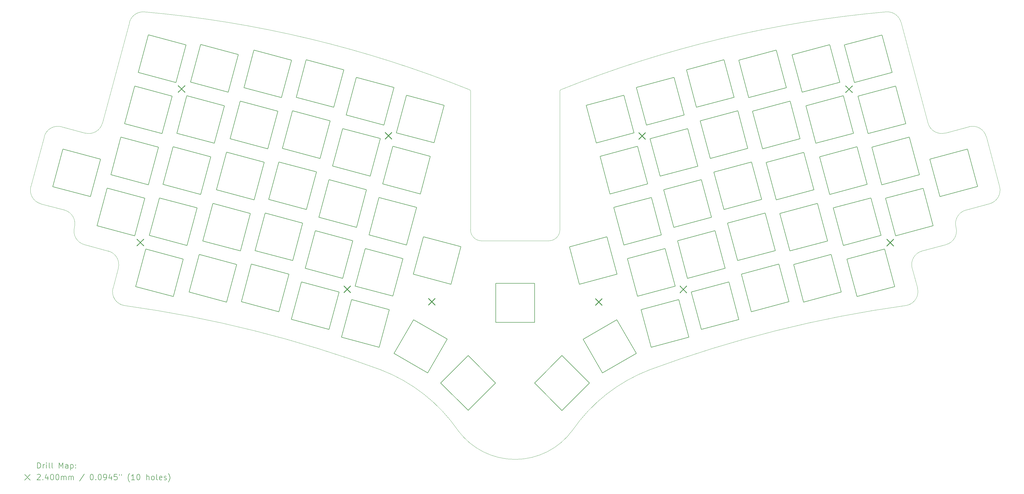
<source format=gbr>
%TF.GenerationSoftware,KiCad,Pcbnew,8.0.2*%
%TF.CreationDate,2024-06-03T22:05:41+01:00*%
%TF.ProjectId,Ashwing66_topplate,41736877-696e-4673-9636-5f746f70706c,1*%
%TF.SameCoordinates,Original*%
%TF.FileFunction,Drillmap*%
%TF.FilePolarity,Positive*%
%FSLAX45Y45*%
G04 Gerber Fmt 4.5, Leading zero omitted, Abs format (unit mm)*
G04 Created by KiCad (PCBNEW 8.0.2) date 2024-06-03 22:05:41*
%MOMM*%
%LPD*%
G01*
G04 APERTURE LIST*
%ADD10C,0.100000*%
%ADD11C,0.150000*%
%ADD12C,0.200000*%
%ADD13C,0.240000*%
G04 APERTURE END LIST*
D10*
X20036355Y-16954092D02*
G75*
G02*
X19636358Y-16554092I5J400002D01*
G01*
X6403065Y-12713124D02*
G75*
G02*
X5780894Y-13072332I-490685J131474D01*
G01*
X5755948Y-17090182D02*
G75*
G02*
X5396732Y-16468011I131492J490702D01*
G01*
X38297538Y-15617219D02*
X37449713Y-15844611D01*
X22850355Y-16553092D02*
G75*
G02*
X22450355Y-16953085I-399995J2D01*
G01*
X4189704Y-15618449D02*
G75*
G02*
X3830494Y-14996278I131496J490699D01*
G01*
X16404015Y-21595223D02*
G75*
G02*
X19191252Y-23786608I-2125345J-5571487D01*
G01*
X7184781Y-19282037D02*
G75*
G02*
X16404015Y-21595223I-5977093J-43350055D01*
G01*
X34580047Y-8707767D02*
G75*
G02*
X35112669Y-9085378I38593J-510003D01*
G01*
X19602355Y-11512092D02*
G75*
G02*
X19636348Y-11559092I-19475J-49878D01*
G01*
X36731293Y-17088952D02*
X35872585Y-17319043D01*
X37090503Y-16466782D02*
G75*
G02*
X37449711Y-15844605I490697J131482D01*
G01*
X19636355Y-16554092D02*
X19636355Y-11559092D01*
X7906663Y-8708767D02*
G75*
G02*
X19602355Y-11512092I-3611078J-40865039D01*
G01*
X35513374Y-17941212D02*
G75*
G02*
X35872583Y-17319035I490696J131482D01*
G01*
X5037528Y-15845841D02*
G75*
G02*
X5396733Y-16468011I-131468J-490679D01*
G01*
X35704021Y-18652714D02*
G75*
G02*
X35302461Y-19280815I-487621J-130667D01*
G01*
X6614656Y-17320273D02*
X5755948Y-17090182D01*
X38656747Y-14995048D02*
G75*
G02*
X38297538Y-15617221I-490657J-131502D01*
G01*
X26083226Y-21593993D02*
G75*
G02*
X35302460Y-19280806I15196294J-41036727D01*
G01*
X35513374Y-17941212D02*
X35704021Y-18652714D01*
X22850355Y-16553092D02*
X22850355Y-11558092D01*
X6783221Y-18653944D02*
X6973867Y-17942443D01*
X3830494Y-14996278D02*
X4310790Y-13204560D01*
X7184781Y-19282037D02*
G75*
G02*
X6783222Y-18653944I86099J497457D01*
G01*
X6403065Y-12713124D02*
X7374567Y-9086606D01*
X6614656Y-17320273D02*
G75*
G02*
X6973871Y-17942444I-131486J-490697D01*
G01*
X37090503Y-16466782D02*
G75*
G02*
X36731291Y-17088947I-490703J-131468D01*
G01*
X35112674Y-9085376D02*
X36084177Y-12711894D01*
X37554281Y-12844119D02*
X36706347Y-13071103D01*
X5037528Y-15845841D02*
X4189704Y-15618449D01*
X5780894Y-13072333D02*
X4932960Y-12845350D01*
X23295312Y-23785608D02*
G75*
G02*
X26083226Y-21593992I4914108J-3382112D01*
G01*
X7374567Y-9086606D02*
G75*
G02*
X7907194Y-8708996I494019J-132379D01*
G01*
X22450355Y-16953092D02*
X20036355Y-16954092D01*
X36706347Y-13071103D02*
G75*
G02*
X36084175Y-12711894I-131497J490663D01*
G01*
X37554281Y-12844119D02*
G75*
G02*
X38176454Y-13203329I131499J-490661D01*
G01*
X22850355Y-11558092D02*
G75*
G02*
X22884353Y-11511085I53475J-2878D01*
G01*
X4310790Y-13204560D02*
G75*
G02*
X4932960Y-12845350I490688J-131476D01*
G01*
X38176451Y-13203330D02*
X38656747Y-14995048D01*
X23295312Y-23785608D02*
G75*
G02*
X19191253Y-23786608I-2052398J1510784D01*
G01*
X22884355Y-11511092D02*
G75*
G02*
X34580047Y-8707768I15306765J-38061708D01*
G01*
D11*
X24904553Y-18157431D02*
X23552257Y-18519778D01*
X23189910Y-17167482D01*
X24542206Y-16805135D01*
X24904553Y-18157431D01*
X9805702Y-15769195D02*
X9443355Y-17121491D01*
X8091059Y-16759144D01*
X8453406Y-15406848D01*
X9805702Y-15769195D01*
X34391120Y-16759184D02*
X33038823Y-17121530D01*
X32676477Y-15769234D01*
X34028773Y-15406888D01*
X34391120Y-16759184D01*
X26005504Y-14902609D02*
X24653208Y-15264956D01*
X24290861Y-13912659D01*
X25643158Y-13550313D01*
X26005504Y-14902609D01*
X33405018Y-13079007D02*
X32052722Y-13441353D01*
X31690375Y-12089057D01*
X33042672Y-11726711D01*
X33405018Y-13079007D01*
X32965193Y-18797908D02*
X31612896Y-19160255D01*
X31250550Y-17807959D01*
X32602846Y-17445612D01*
X32965193Y-18797908D01*
X10298752Y-13929105D02*
X9936406Y-15281401D01*
X8584110Y-14919055D01*
X8946456Y-13566758D01*
X10298752Y-13929105D01*
X8912858Y-11740981D02*
X8550511Y-13093277D01*
X7198215Y-12730930D01*
X7560562Y-11378634D01*
X8912858Y-11740981D01*
X12219613Y-14125617D02*
X11857267Y-15477913D01*
X10504971Y-15115566D01*
X10867317Y-13763270D01*
X12219613Y-14125617D01*
X9406850Y-9899829D02*
X9044503Y-11252125D01*
X7692207Y-10889779D01*
X8054554Y-9537483D01*
X9406850Y-9899829D01*
X34790914Y-10890882D02*
X33438618Y-11253229D01*
X33076271Y-9900932D01*
X34428567Y-9538586D01*
X34790914Y-10890882D01*
X13111162Y-18153761D02*
X12748815Y-19506058D01*
X11396519Y-19143711D01*
X11758866Y-17791415D01*
X13111162Y-18153761D01*
X15898849Y-15112780D02*
X15536502Y-16465076D01*
X14184206Y-16102729D01*
X14546553Y-14750433D01*
X15898849Y-15112780D01*
X25512454Y-13062521D02*
X24160158Y-13424868D01*
X23797811Y-12072572D01*
X25150107Y-11710225D01*
X25512454Y-13062521D01*
X32911684Y-11240309D02*
X31559388Y-11602656D01*
X31197041Y-10250360D01*
X32549337Y-9888013D01*
X32911684Y-11240309D01*
X20544355Y-18485385D02*
X21944355Y-18485385D01*
X21944355Y-19885385D01*
X20544355Y-19885385D01*
X20544355Y-18485385D01*
X35283964Y-12730970D02*
X33931668Y-13093317D01*
X33569321Y-11741021D01*
X34921618Y-11378674D01*
X35283964Y-12730970D01*
X15406740Y-16951805D02*
X15044393Y-18304101D01*
X13692097Y-17941755D01*
X14054444Y-16589458D01*
X15406740Y-16951805D01*
X20539516Y-22069392D02*
X19549567Y-23059342D01*
X18559617Y-22069392D01*
X19549567Y-21079443D01*
X20539516Y-22069392D01*
X29285015Y-19784009D02*
X27932719Y-20146356D01*
X27570372Y-18794060D01*
X28922669Y-18431713D01*
X29285015Y-19784009D01*
X37863457Y-14998824D02*
X36511161Y-15361170D01*
X36148814Y-14008874D01*
X37501110Y-13646528D01*
X37863457Y-14998824D01*
X17700436Y-15751974D02*
X17338089Y-17104271D01*
X15985793Y-16741924D01*
X16348139Y-15389628D01*
X17700436Y-15751974D01*
X27805864Y-14263743D02*
X26453568Y-14626090D01*
X26091221Y-13273794D01*
X27443518Y-12911447D01*
X27805864Y-14263743D01*
X28792250Y-17942530D02*
X27439954Y-18304876D01*
X27077607Y-16952580D01*
X28429903Y-16590233D01*
X28792250Y-17942530D01*
X26498554Y-16742698D02*
X25146258Y-17105045D01*
X24783911Y-15752749D01*
X26136208Y-15390402D01*
X26498554Y-16742698D01*
X16392841Y-13271629D02*
X16030494Y-14623925D01*
X14678198Y-14261578D01*
X15040545Y-12909282D01*
X16392841Y-13271629D01*
X19294851Y-17165523D02*
X18932504Y-18517819D01*
X17580208Y-18155472D01*
X17942555Y-16803176D01*
X19294851Y-17165523D01*
X18193486Y-13911886D02*
X17831139Y-15264182D01*
X16478843Y-14901835D01*
X16841190Y-13549539D01*
X18193486Y-13911886D01*
X30592610Y-17303663D02*
X29240313Y-17666010D01*
X28877967Y-16313713D01*
X30230263Y-15951367D01*
X30592610Y-17303663D01*
X31085376Y-19145143D02*
X29733079Y-19507490D01*
X29370733Y-18155193D01*
X30723029Y-17792847D01*
X31085376Y-19145143D01*
X18799887Y-20493876D02*
X18099887Y-21706311D01*
X16887451Y-21006311D01*
X17587451Y-19793876D01*
X18799887Y-20493876D01*
X26991321Y-18584178D02*
X25639025Y-18946525D01*
X25276678Y-17594229D01*
X26628974Y-17231882D01*
X26991321Y-18584178D01*
X16714335Y-19432152D02*
X16351988Y-20784448D01*
X14999692Y-20422101D01*
X15362039Y-19069805D01*
X16714335Y-19432152D01*
X29606510Y-13623486D02*
X28254214Y-13985833D01*
X27891867Y-12633537D01*
X29244163Y-12271190D01*
X29606510Y-13623486D01*
X12711722Y-12286590D02*
X12349375Y-13638886D01*
X10997079Y-13276540D01*
X11359426Y-11924243D01*
X12711722Y-12286590D01*
X16885891Y-11431540D02*
X16523545Y-12783836D01*
X15171248Y-12421490D01*
X15533595Y-11069194D01*
X16885891Y-11431540D01*
X9312652Y-17609283D02*
X8950305Y-18961579D01*
X7598009Y-18599232D01*
X7960356Y-17246936D01*
X9312652Y-17609283D01*
X36270065Y-16411148D02*
X34917769Y-16773495D01*
X34555422Y-15421199D01*
X35907718Y-15058852D01*
X36270065Y-16411148D01*
X33897784Y-14920486D02*
X32545488Y-15282833D01*
X32183141Y-13930537D01*
X33535437Y-13568190D01*
X33897784Y-14920486D01*
X13604212Y-16313673D02*
X13241865Y-17665970D01*
X11889569Y-17303623D01*
X12251915Y-15951327D01*
X13604212Y-16313673D01*
X13204771Y-10446502D02*
X12842425Y-11798798D01*
X11490129Y-11436451D01*
X11852475Y-10084155D01*
X13204771Y-10446502D01*
X35777014Y-14571059D02*
X34424718Y-14933406D01*
X34062371Y-13581110D01*
X35414668Y-13218763D01*
X35777014Y-14571059D01*
X14912748Y-18792957D02*
X14550402Y-20145253D01*
X13198106Y-19782907D01*
X13560452Y-18430610D01*
X14912748Y-18792957D01*
X27313099Y-12422263D02*
X25960803Y-12784610D01*
X25598456Y-11432314D01*
X26950752Y-11069967D01*
X27313099Y-12422263D01*
X34884170Y-18599273D02*
X33531874Y-18961619D01*
X33169527Y-17609323D01*
X34521824Y-17246977D01*
X34884170Y-18599273D01*
X14591255Y-12632434D02*
X14228908Y-13984730D01*
X12876612Y-13622383D01*
X13238959Y-12270087D01*
X14591255Y-12632434D01*
X30993277Y-11436163D02*
X29640981Y-11798510D01*
X29278634Y-10446214D01*
X30630930Y-10083867D01*
X30993277Y-11436163D01*
X11232571Y-17806857D02*
X10870224Y-19159153D01*
X9517928Y-18796806D01*
X9880275Y-17444510D01*
X11232571Y-17806857D01*
X31979092Y-15117731D02*
X30626796Y-15480078D01*
X30264449Y-14127782D01*
X31616746Y-13765435D01*
X31979092Y-15117731D01*
X14097263Y-14473585D02*
X13734916Y-15825881D01*
X12382620Y-15463534D01*
X12744966Y-14111238D01*
X14097263Y-14473585D01*
X6332787Y-14009580D02*
X5970441Y-15361876D01*
X4618145Y-14999530D01*
X4980491Y-13647233D01*
X6332787Y-14009580D01*
X8419808Y-13581070D02*
X8057461Y-14933366D01*
X6705165Y-14571019D01*
X7067512Y-13218723D01*
X8419808Y-13581070D01*
X7927699Y-15420095D02*
X7565353Y-16772392D01*
X6213057Y-16410045D01*
X6575403Y-15057749D01*
X7927699Y-15420095D01*
X27484655Y-20422875D02*
X26132359Y-20785222D01*
X25770013Y-19432926D01*
X27122309Y-19070579D01*
X27484655Y-20422875D01*
X11725620Y-15966768D02*
X11363274Y-17319064D01*
X10010978Y-16956717D01*
X10373324Y-15604421D01*
X11725620Y-15966768D01*
X17207386Y-17592063D02*
X16845039Y-18944359D01*
X15492743Y-18582013D01*
X15855090Y-17229716D01*
X17207386Y-17592063D01*
X32472427Y-16956429D02*
X31120131Y-17318776D01*
X30757784Y-15966480D01*
X32110080Y-15604133D01*
X32472427Y-16956429D01*
X28298915Y-16103832D02*
X26946619Y-16466179D01*
X26584273Y-15113883D01*
X27936569Y-14751536D01*
X28298915Y-16103832D01*
X31486327Y-13276252D02*
X30134031Y-13638599D01*
X29771684Y-12286303D01*
X31123981Y-11923956D01*
X31486327Y-13276252D01*
X10791803Y-12089017D02*
X10429456Y-13441313D01*
X9077160Y-13078966D01*
X9439507Y-11726670D01*
X10791803Y-12089017D01*
X18686536Y-12071797D02*
X18324190Y-13424093D01*
X16971893Y-13061746D01*
X17334240Y-11709450D01*
X18686536Y-12071797D01*
X11285795Y-10247866D02*
X10923448Y-11600162D01*
X9571152Y-11237816D01*
X9933499Y-9885519D01*
X11285795Y-10247866D01*
X29113459Y-11783397D02*
X27761163Y-12145744D01*
X27398816Y-10793448D01*
X28751112Y-10431101D01*
X29113459Y-11783397D01*
X23917132Y-22071920D02*
X22927183Y-23061869D01*
X21937233Y-22071920D01*
X22927183Y-21081971D01*
X23917132Y-22071920D01*
X30099275Y-15464966D02*
X28746979Y-15827312D01*
X28384632Y-14475016D01*
X29736928Y-14112670D01*
X30099275Y-15464966D01*
X25595345Y-21007466D02*
X24382909Y-21707466D01*
X23682909Y-20495030D01*
X24895345Y-19795030D01*
X25595345Y-21007466D01*
X15084305Y-10792345D02*
X14721958Y-12144641D01*
X13369662Y-11782294D01*
X13732009Y-10429998D01*
X15084305Y-10792345D01*
D12*
D13*
X7644853Y-16888190D02*
X7884853Y-17128190D01*
X7884853Y-16888190D02*
X7644853Y-17128190D01*
X9125298Y-11363094D02*
X9365298Y-11603094D01*
X9365298Y-11363094D02*
X9125298Y-11603094D01*
X15082206Y-18573028D02*
X15322206Y-18813028D01*
X15322206Y-18573028D02*
X15082206Y-18813028D01*
X16562651Y-13047932D02*
X16802651Y-13287932D01*
X16802651Y-13047932D02*
X16562651Y-13287932D01*
X18121281Y-19024999D02*
X18361281Y-19264999D01*
X18361281Y-19024999D02*
X18121281Y-19264999D01*
X24124070Y-19032276D02*
X24364070Y-19272276D01*
X24364070Y-19032276D02*
X24124070Y-19272276D01*
X25682700Y-13055209D02*
X25922700Y-13295209D01*
X25922700Y-13055209D02*
X25682700Y-13295209D01*
X27163145Y-18580305D02*
X27403145Y-18820305D01*
X27403145Y-18580305D02*
X27163145Y-18820305D01*
X33120053Y-11370371D02*
X33360053Y-11610371D01*
X33360053Y-11370371D02*
X33120053Y-11610371D01*
X34600498Y-16895466D02*
X34840498Y-17135466D01*
X34840498Y-16895466D02*
X34600498Y-17135466D01*
D12*
X4068964Y-25139799D02*
X4068964Y-24939799D01*
X4068964Y-24939799D02*
X4116583Y-24939799D01*
X4116583Y-24939799D02*
X4145155Y-24949322D01*
X4145155Y-24949322D02*
X4164202Y-24968370D01*
X4164202Y-24968370D02*
X4173726Y-24987418D01*
X4173726Y-24987418D02*
X4183250Y-25025513D01*
X4183250Y-25025513D02*
X4183250Y-25054084D01*
X4183250Y-25054084D02*
X4173726Y-25092179D01*
X4173726Y-25092179D02*
X4164202Y-25111227D01*
X4164202Y-25111227D02*
X4145155Y-25130275D01*
X4145155Y-25130275D02*
X4116583Y-25139799D01*
X4116583Y-25139799D02*
X4068964Y-25139799D01*
X4268964Y-25139799D02*
X4268964Y-25006465D01*
X4268964Y-25044560D02*
X4278488Y-25025513D01*
X4278488Y-25025513D02*
X4288012Y-25015989D01*
X4288012Y-25015989D02*
X4307059Y-25006465D01*
X4307059Y-25006465D02*
X4326107Y-25006465D01*
X4392774Y-25139799D02*
X4392774Y-25006465D01*
X4392774Y-24939799D02*
X4383250Y-24949322D01*
X4383250Y-24949322D02*
X4392774Y-24958846D01*
X4392774Y-24958846D02*
X4402298Y-24949322D01*
X4402298Y-24949322D02*
X4392774Y-24939799D01*
X4392774Y-24939799D02*
X4392774Y-24958846D01*
X4516583Y-25139799D02*
X4497536Y-25130275D01*
X4497536Y-25130275D02*
X4488012Y-25111227D01*
X4488012Y-25111227D02*
X4488012Y-24939799D01*
X4621345Y-25139799D02*
X4602298Y-25130275D01*
X4602298Y-25130275D02*
X4592774Y-25111227D01*
X4592774Y-25111227D02*
X4592774Y-24939799D01*
X4849917Y-25139799D02*
X4849917Y-24939799D01*
X4849917Y-24939799D02*
X4916583Y-25082656D01*
X4916583Y-25082656D02*
X4983250Y-24939799D01*
X4983250Y-24939799D02*
X4983250Y-25139799D01*
X5164202Y-25139799D02*
X5164202Y-25035037D01*
X5164202Y-25035037D02*
X5154679Y-25015989D01*
X5154679Y-25015989D02*
X5135631Y-25006465D01*
X5135631Y-25006465D02*
X5097536Y-25006465D01*
X5097536Y-25006465D02*
X5078488Y-25015989D01*
X5164202Y-25130275D02*
X5145155Y-25139799D01*
X5145155Y-25139799D02*
X5097536Y-25139799D01*
X5097536Y-25139799D02*
X5078488Y-25130275D01*
X5078488Y-25130275D02*
X5068964Y-25111227D01*
X5068964Y-25111227D02*
X5068964Y-25092179D01*
X5068964Y-25092179D02*
X5078488Y-25073132D01*
X5078488Y-25073132D02*
X5097536Y-25063608D01*
X5097536Y-25063608D02*
X5145155Y-25063608D01*
X5145155Y-25063608D02*
X5164202Y-25054084D01*
X5259440Y-25006465D02*
X5259440Y-25206465D01*
X5259440Y-25015989D02*
X5278488Y-25006465D01*
X5278488Y-25006465D02*
X5316583Y-25006465D01*
X5316583Y-25006465D02*
X5335631Y-25015989D01*
X5335631Y-25015989D02*
X5345155Y-25025513D01*
X5345155Y-25025513D02*
X5354679Y-25044560D01*
X5354679Y-25044560D02*
X5354679Y-25101703D01*
X5354679Y-25101703D02*
X5345155Y-25120751D01*
X5345155Y-25120751D02*
X5335631Y-25130275D01*
X5335631Y-25130275D02*
X5316583Y-25139799D01*
X5316583Y-25139799D02*
X5278488Y-25139799D01*
X5278488Y-25139799D02*
X5259440Y-25130275D01*
X5440393Y-25120751D02*
X5449917Y-25130275D01*
X5449917Y-25130275D02*
X5440393Y-25139799D01*
X5440393Y-25139799D02*
X5430869Y-25130275D01*
X5430869Y-25130275D02*
X5440393Y-25120751D01*
X5440393Y-25120751D02*
X5440393Y-25139799D01*
X5440393Y-25015989D02*
X5449917Y-25025513D01*
X5449917Y-25025513D02*
X5440393Y-25035037D01*
X5440393Y-25035037D02*
X5430869Y-25025513D01*
X5430869Y-25025513D02*
X5440393Y-25015989D01*
X5440393Y-25015989D02*
X5440393Y-25035037D01*
X3608187Y-25368315D02*
X3808187Y-25568315D01*
X3808187Y-25368315D02*
X3608187Y-25568315D01*
X4059440Y-25378846D02*
X4068964Y-25369322D01*
X4068964Y-25369322D02*
X4088012Y-25359799D01*
X4088012Y-25359799D02*
X4135631Y-25359799D01*
X4135631Y-25359799D02*
X4154678Y-25369322D01*
X4154678Y-25369322D02*
X4164202Y-25378846D01*
X4164202Y-25378846D02*
X4173726Y-25397894D01*
X4173726Y-25397894D02*
X4173726Y-25416941D01*
X4173726Y-25416941D02*
X4164202Y-25445513D01*
X4164202Y-25445513D02*
X4049917Y-25559799D01*
X4049917Y-25559799D02*
X4173726Y-25559799D01*
X4259440Y-25540751D02*
X4268964Y-25550275D01*
X4268964Y-25550275D02*
X4259440Y-25559799D01*
X4259440Y-25559799D02*
X4249917Y-25550275D01*
X4249917Y-25550275D02*
X4259440Y-25540751D01*
X4259440Y-25540751D02*
X4259440Y-25559799D01*
X4440393Y-25426465D02*
X4440393Y-25559799D01*
X4392774Y-25350275D02*
X4345155Y-25493132D01*
X4345155Y-25493132D02*
X4468964Y-25493132D01*
X4583250Y-25359799D02*
X4602298Y-25359799D01*
X4602298Y-25359799D02*
X4621345Y-25369322D01*
X4621345Y-25369322D02*
X4630869Y-25378846D01*
X4630869Y-25378846D02*
X4640393Y-25397894D01*
X4640393Y-25397894D02*
X4649917Y-25435989D01*
X4649917Y-25435989D02*
X4649917Y-25483608D01*
X4649917Y-25483608D02*
X4640393Y-25521703D01*
X4640393Y-25521703D02*
X4630869Y-25540751D01*
X4630869Y-25540751D02*
X4621345Y-25550275D01*
X4621345Y-25550275D02*
X4602298Y-25559799D01*
X4602298Y-25559799D02*
X4583250Y-25559799D01*
X4583250Y-25559799D02*
X4564202Y-25550275D01*
X4564202Y-25550275D02*
X4554679Y-25540751D01*
X4554679Y-25540751D02*
X4545155Y-25521703D01*
X4545155Y-25521703D02*
X4535631Y-25483608D01*
X4535631Y-25483608D02*
X4535631Y-25435989D01*
X4535631Y-25435989D02*
X4545155Y-25397894D01*
X4545155Y-25397894D02*
X4554679Y-25378846D01*
X4554679Y-25378846D02*
X4564202Y-25369322D01*
X4564202Y-25369322D02*
X4583250Y-25359799D01*
X4773726Y-25359799D02*
X4792774Y-25359799D01*
X4792774Y-25359799D02*
X4811821Y-25369322D01*
X4811821Y-25369322D02*
X4821345Y-25378846D01*
X4821345Y-25378846D02*
X4830869Y-25397894D01*
X4830869Y-25397894D02*
X4840393Y-25435989D01*
X4840393Y-25435989D02*
X4840393Y-25483608D01*
X4840393Y-25483608D02*
X4830869Y-25521703D01*
X4830869Y-25521703D02*
X4821345Y-25540751D01*
X4821345Y-25540751D02*
X4811821Y-25550275D01*
X4811821Y-25550275D02*
X4792774Y-25559799D01*
X4792774Y-25559799D02*
X4773726Y-25559799D01*
X4773726Y-25559799D02*
X4754679Y-25550275D01*
X4754679Y-25550275D02*
X4745155Y-25540751D01*
X4745155Y-25540751D02*
X4735631Y-25521703D01*
X4735631Y-25521703D02*
X4726107Y-25483608D01*
X4726107Y-25483608D02*
X4726107Y-25435989D01*
X4726107Y-25435989D02*
X4735631Y-25397894D01*
X4735631Y-25397894D02*
X4745155Y-25378846D01*
X4745155Y-25378846D02*
X4754679Y-25369322D01*
X4754679Y-25369322D02*
X4773726Y-25359799D01*
X4926107Y-25559799D02*
X4926107Y-25426465D01*
X4926107Y-25445513D02*
X4935631Y-25435989D01*
X4935631Y-25435989D02*
X4954679Y-25426465D01*
X4954679Y-25426465D02*
X4983250Y-25426465D01*
X4983250Y-25426465D02*
X5002298Y-25435989D01*
X5002298Y-25435989D02*
X5011821Y-25455037D01*
X5011821Y-25455037D02*
X5011821Y-25559799D01*
X5011821Y-25455037D02*
X5021345Y-25435989D01*
X5021345Y-25435989D02*
X5040393Y-25426465D01*
X5040393Y-25426465D02*
X5068964Y-25426465D01*
X5068964Y-25426465D02*
X5088012Y-25435989D01*
X5088012Y-25435989D02*
X5097536Y-25455037D01*
X5097536Y-25455037D02*
X5097536Y-25559799D01*
X5192774Y-25559799D02*
X5192774Y-25426465D01*
X5192774Y-25445513D02*
X5202298Y-25435989D01*
X5202298Y-25435989D02*
X5221345Y-25426465D01*
X5221345Y-25426465D02*
X5249917Y-25426465D01*
X5249917Y-25426465D02*
X5268964Y-25435989D01*
X5268964Y-25435989D02*
X5278488Y-25455037D01*
X5278488Y-25455037D02*
X5278488Y-25559799D01*
X5278488Y-25455037D02*
X5288012Y-25435989D01*
X5288012Y-25435989D02*
X5307060Y-25426465D01*
X5307060Y-25426465D02*
X5335631Y-25426465D01*
X5335631Y-25426465D02*
X5354679Y-25435989D01*
X5354679Y-25435989D02*
X5364202Y-25455037D01*
X5364202Y-25455037D02*
X5364202Y-25559799D01*
X5754679Y-25350275D02*
X5583250Y-25607418D01*
X6011821Y-25359799D02*
X6030869Y-25359799D01*
X6030869Y-25359799D02*
X6049917Y-25369322D01*
X6049917Y-25369322D02*
X6059441Y-25378846D01*
X6059441Y-25378846D02*
X6068964Y-25397894D01*
X6068964Y-25397894D02*
X6078488Y-25435989D01*
X6078488Y-25435989D02*
X6078488Y-25483608D01*
X6078488Y-25483608D02*
X6068964Y-25521703D01*
X6068964Y-25521703D02*
X6059441Y-25540751D01*
X6059441Y-25540751D02*
X6049917Y-25550275D01*
X6049917Y-25550275D02*
X6030869Y-25559799D01*
X6030869Y-25559799D02*
X6011821Y-25559799D01*
X6011821Y-25559799D02*
X5992774Y-25550275D01*
X5992774Y-25550275D02*
X5983250Y-25540751D01*
X5983250Y-25540751D02*
X5973726Y-25521703D01*
X5973726Y-25521703D02*
X5964202Y-25483608D01*
X5964202Y-25483608D02*
X5964202Y-25435989D01*
X5964202Y-25435989D02*
X5973726Y-25397894D01*
X5973726Y-25397894D02*
X5983250Y-25378846D01*
X5983250Y-25378846D02*
X5992774Y-25369322D01*
X5992774Y-25369322D02*
X6011821Y-25359799D01*
X6164202Y-25540751D02*
X6173726Y-25550275D01*
X6173726Y-25550275D02*
X6164202Y-25559799D01*
X6164202Y-25559799D02*
X6154679Y-25550275D01*
X6154679Y-25550275D02*
X6164202Y-25540751D01*
X6164202Y-25540751D02*
X6164202Y-25559799D01*
X6297536Y-25359799D02*
X6316583Y-25359799D01*
X6316583Y-25359799D02*
X6335631Y-25369322D01*
X6335631Y-25369322D02*
X6345155Y-25378846D01*
X6345155Y-25378846D02*
X6354679Y-25397894D01*
X6354679Y-25397894D02*
X6364202Y-25435989D01*
X6364202Y-25435989D02*
X6364202Y-25483608D01*
X6364202Y-25483608D02*
X6354679Y-25521703D01*
X6354679Y-25521703D02*
X6345155Y-25540751D01*
X6345155Y-25540751D02*
X6335631Y-25550275D01*
X6335631Y-25550275D02*
X6316583Y-25559799D01*
X6316583Y-25559799D02*
X6297536Y-25559799D01*
X6297536Y-25559799D02*
X6278488Y-25550275D01*
X6278488Y-25550275D02*
X6268964Y-25540751D01*
X6268964Y-25540751D02*
X6259441Y-25521703D01*
X6259441Y-25521703D02*
X6249917Y-25483608D01*
X6249917Y-25483608D02*
X6249917Y-25435989D01*
X6249917Y-25435989D02*
X6259441Y-25397894D01*
X6259441Y-25397894D02*
X6268964Y-25378846D01*
X6268964Y-25378846D02*
X6278488Y-25369322D01*
X6278488Y-25369322D02*
X6297536Y-25359799D01*
X6459441Y-25559799D02*
X6497536Y-25559799D01*
X6497536Y-25559799D02*
X6516583Y-25550275D01*
X6516583Y-25550275D02*
X6526107Y-25540751D01*
X6526107Y-25540751D02*
X6545155Y-25512179D01*
X6545155Y-25512179D02*
X6554679Y-25474084D01*
X6554679Y-25474084D02*
X6554679Y-25397894D01*
X6554679Y-25397894D02*
X6545155Y-25378846D01*
X6545155Y-25378846D02*
X6535631Y-25369322D01*
X6535631Y-25369322D02*
X6516583Y-25359799D01*
X6516583Y-25359799D02*
X6478488Y-25359799D01*
X6478488Y-25359799D02*
X6459441Y-25369322D01*
X6459441Y-25369322D02*
X6449917Y-25378846D01*
X6449917Y-25378846D02*
X6440393Y-25397894D01*
X6440393Y-25397894D02*
X6440393Y-25445513D01*
X6440393Y-25445513D02*
X6449917Y-25464560D01*
X6449917Y-25464560D02*
X6459441Y-25474084D01*
X6459441Y-25474084D02*
X6478488Y-25483608D01*
X6478488Y-25483608D02*
X6516583Y-25483608D01*
X6516583Y-25483608D02*
X6535631Y-25474084D01*
X6535631Y-25474084D02*
X6545155Y-25464560D01*
X6545155Y-25464560D02*
X6554679Y-25445513D01*
X6726107Y-25426465D02*
X6726107Y-25559799D01*
X6678488Y-25350275D02*
X6630869Y-25493132D01*
X6630869Y-25493132D02*
X6754679Y-25493132D01*
X6926107Y-25359799D02*
X6830869Y-25359799D01*
X6830869Y-25359799D02*
X6821345Y-25455037D01*
X6821345Y-25455037D02*
X6830869Y-25445513D01*
X6830869Y-25445513D02*
X6849917Y-25435989D01*
X6849917Y-25435989D02*
X6897536Y-25435989D01*
X6897536Y-25435989D02*
X6916583Y-25445513D01*
X6916583Y-25445513D02*
X6926107Y-25455037D01*
X6926107Y-25455037D02*
X6935631Y-25474084D01*
X6935631Y-25474084D02*
X6935631Y-25521703D01*
X6935631Y-25521703D02*
X6926107Y-25540751D01*
X6926107Y-25540751D02*
X6916583Y-25550275D01*
X6916583Y-25550275D02*
X6897536Y-25559799D01*
X6897536Y-25559799D02*
X6849917Y-25559799D01*
X6849917Y-25559799D02*
X6830869Y-25550275D01*
X6830869Y-25550275D02*
X6821345Y-25540751D01*
X7011822Y-25359799D02*
X7011822Y-25397894D01*
X7088012Y-25359799D02*
X7088012Y-25397894D01*
X7383250Y-25635989D02*
X7373726Y-25626465D01*
X7373726Y-25626465D02*
X7354679Y-25597894D01*
X7354679Y-25597894D02*
X7345155Y-25578846D01*
X7345155Y-25578846D02*
X7335631Y-25550275D01*
X7335631Y-25550275D02*
X7326107Y-25502656D01*
X7326107Y-25502656D02*
X7326107Y-25464560D01*
X7326107Y-25464560D02*
X7335631Y-25416941D01*
X7335631Y-25416941D02*
X7345155Y-25388370D01*
X7345155Y-25388370D02*
X7354679Y-25369322D01*
X7354679Y-25369322D02*
X7373726Y-25340751D01*
X7373726Y-25340751D02*
X7383250Y-25331227D01*
X7564203Y-25559799D02*
X7449917Y-25559799D01*
X7507060Y-25559799D02*
X7507060Y-25359799D01*
X7507060Y-25359799D02*
X7488012Y-25388370D01*
X7488012Y-25388370D02*
X7468964Y-25407418D01*
X7468964Y-25407418D02*
X7449917Y-25416941D01*
X7688012Y-25359799D02*
X7707060Y-25359799D01*
X7707060Y-25359799D02*
X7726107Y-25369322D01*
X7726107Y-25369322D02*
X7735631Y-25378846D01*
X7735631Y-25378846D02*
X7745155Y-25397894D01*
X7745155Y-25397894D02*
X7754679Y-25435989D01*
X7754679Y-25435989D02*
X7754679Y-25483608D01*
X7754679Y-25483608D02*
X7745155Y-25521703D01*
X7745155Y-25521703D02*
X7735631Y-25540751D01*
X7735631Y-25540751D02*
X7726107Y-25550275D01*
X7726107Y-25550275D02*
X7707060Y-25559799D01*
X7707060Y-25559799D02*
X7688012Y-25559799D01*
X7688012Y-25559799D02*
X7668964Y-25550275D01*
X7668964Y-25550275D02*
X7659441Y-25540751D01*
X7659441Y-25540751D02*
X7649917Y-25521703D01*
X7649917Y-25521703D02*
X7640393Y-25483608D01*
X7640393Y-25483608D02*
X7640393Y-25435989D01*
X7640393Y-25435989D02*
X7649917Y-25397894D01*
X7649917Y-25397894D02*
X7659441Y-25378846D01*
X7659441Y-25378846D02*
X7668964Y-25369322D01*
X7668964Y-25369322D02*
X7688012Y-25359799D01*
X7992774Y-25559799D02*
X7992774Y-25359799D01*
X8078488Y-25559799D02*
X8078488Y-25455037D01*
X8078488Y-25455037D02*
X8068965Y-25435989D01*
X8068965Y-25435989D02*
X8049917Y-25426465D01*
X8049917Y-25426465D02*
X8021345Y-25426465D01*
X8021345Y-25426465D02*
X8002298Y-25435989D01*
X8002298Y-25435989D02*
X7992774Y-25445513D01*
X8202298Y-25559799D02*
X8183250Y-25550275D01*
X8183250Y-25550275D02*
X8173726Y-25540751D01*
X8173726Y-25540751D02*
X8164203Y-25521703D01*
X8164203Y-25521703D02*
X8164203Y-25464560D01*
X8164203Y-25464560D02*
X8173726Y-25445513D01*
X8173726Y-25445513D02*
X8183250Y-25435989D01*
X8183250Y-25435989D02*
X8202298Y-25426465D01*
X8202298Y-25426465D02*
X8230869Y-25426465D01*
X8230869Y-25426465D02*
X8249917Y-25435989D01*
X8249917Y-25435989D02*
X8259441Y-25445513D01*
X8259441Y-25445513D02*
X8268965Y-25464560D01*
X8268965Y-25464560D02*
X8268965Y-25521703D01*
X8268965Y-25521703D02*
X8259441Y-25540751D01*
X8259441Y-25540751D02*
X8249917Y-25550275D01*
X8249917Y-25550275D02*
X8230869Y-25559799D01*
X8230869Y-25559799D02*
X8202298Y-25559799D01*
X8383250Y-25559799D02*
X8364203Y-25550275D01*
X8364203Y-25550275D02*
X8354679Y-25531227D01*
X8354679Y-25531227D02*
X8354679Y-25359799D01*
X8535631Y-25550275D02*
X8516584Y-25559799D01*
X8516584Y-25559799D02*
X8478488Y-25559799D01*
X8478488Y-25559799D02*
X8459441Y-25550275D01*
X8459441Y-25550275D02*
X8449917Y-25531227D01*
X8449917Y-25531227D02*
X8449917Y-25455037D01*
X8449917Y-25455037D02*
X8459441Y-25435989D01*
X8459441Y-25435989D02*
X8478488Y-25426465D01*
X8478488Y-25426465D02*
X8516584Y-25426465D01*
X8516584Y-25426465D02*
X8535631Y-25435989D01*
X8535631Y-25435989D02*
X8545155Y-25455037D01*
X8545155Y-25455037D02*
X8545155Y-25474084D01*
X8545155Y-25474084D02*
X8449917Y-25493132D01*
X8621346Y-25550275D02*
X8640393Y-25559799D01*
X8640393Y-25559799D02*
X8678488Y-25559799D01*
X8678488Y-25559799D02*
X8697536Y-25550275D01*
X8697536Y-25550275D02*
X8707060Y-25531227D01*
X8707060Y-25531227D02*
X8707060Y-25521703D01*
X8707060Y-25521703D02*
X8697536Y-25502656D01*
X8697536Y-25502656D02*
X8678488Y-25493132D01*
X8678488Y-25493132D02*
X8649917Y-25493132D01*
X8649917Y-25493132D02*
X8630869Y-25483608D01*
X8630869Y-25483608D02*
X8621346Y-25464560D01*
X8621346Y-25464560D02*
X8621346Y-25455037D01*
X8621346Y-25455037D02*
X8630869Y-25435989D01*
X8630869Y-25435989D02*
X8649917Y-25426465D01*
X8649917Y-25426465D02*
X8678488Y-25426465D01*
X8678488Y-25426465D02*
X8697536Y-25435989D01*
X8773727Y-25635989D02*
X8783250Y-25626465D01*
X8783250Y-25626465D02*
X8802298Y-25597894D01*
X8802298Y-25597894D02*
X8811822Y-25578846D01*
X8811822Y-25578846D02*
X8821346Y-25550275D01*
X8821346Y-25550275D02*
X8830869Y-25502656D01*
X8830869Y-25502656D02*
X8830869Y-25464560D01*
X8830869Y-25464560D02*
X8821346Y-25416941D01*
X8821346Y-25416941D02*
X8811822Y-25388370D01*
X8811822Y-25388370D02*
X8802298Y-25369322D01*
X8802298Y-25369322D02*
X8783250Y-25340751D01*
X8783250Y-25340751D02*
X8773727Y-25331227D01*
M02*

</source>
